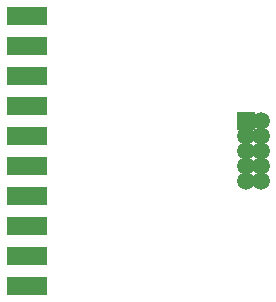
<source format=gbs>
G04 (created by PCBNEW (2013-03-04 BZR 3984)-stable) date 3/15/2013 4:30:27 PM*
%MOIN*%
G04 Gerber Fmt 3.4, Leading zero omitted, Abs format*
%FSLAX34Y34*%
G01*
G70*
G90*
G04 APERTURE LIST*
%ADD10C,2.3622e-006*%
%ADD11R,0.0594X0.0594*%
%ADD12C,0.0594*%
%ADD13R,0.1381X0.0594*%
G04 APERTURE END LIST*
G54D10*
G54D11*
X49213Y-31028D03*
G54D12*
X49713Y-31028D03*
X49213Y-31528D03*
X49713Y-31528D03*
X49213Y-32028D03*
X49713Y-32028D03*
X49213Y-32528D03*
X49713Y-32528D03*
X49213Y-33028D03*
X49713Y-33028D03*
G54D13*
X41929Y-27528D03*
X41929Y-28528D03*
X41929Y-29528D03*
X41929Y-30528D03*
X41929Y-31528D03*
X41929Y-32528D03*
X41929Y-33528D03*
X41929Y-34528D03*
X41929Y-35528D03*
X41929Y-36528D03*
M02*

</source>
